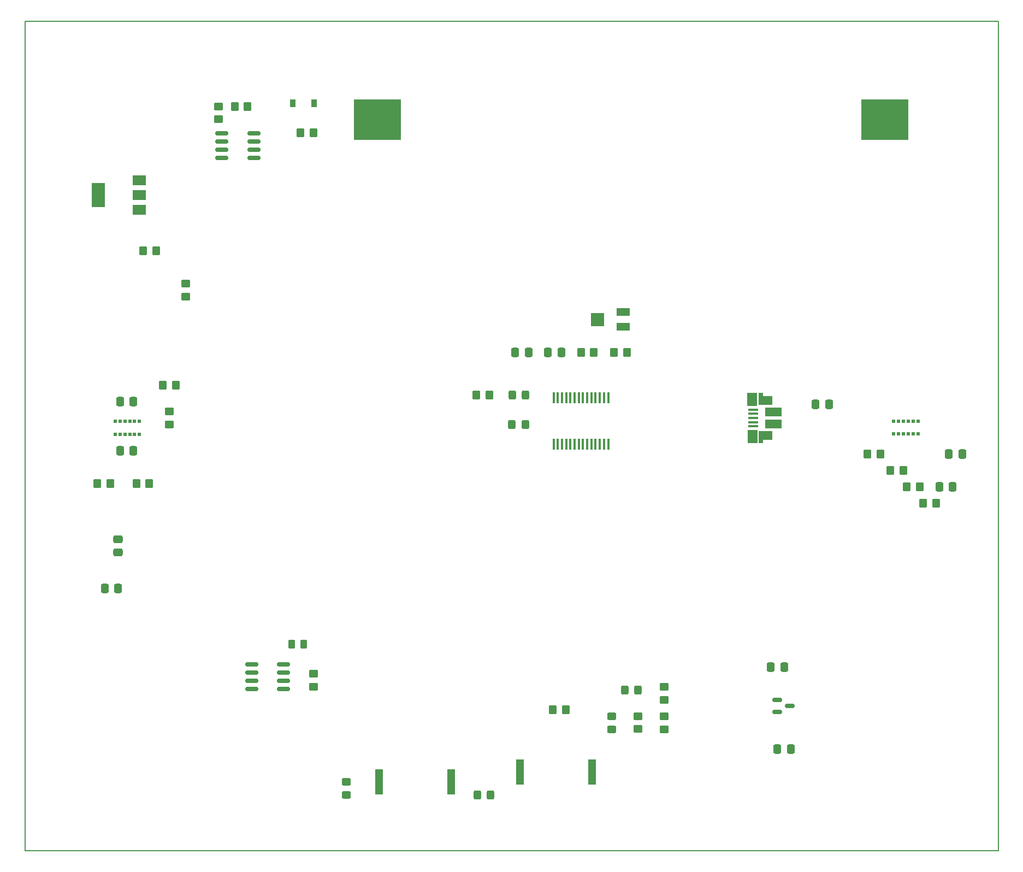
<source format=gbr>
%TF.GenerationSoftware,KiCad,Pcbnew,(6.0.2)*%
%TF.CreationDate,2022-03-20T20:15:49+02:00*%
%TF.ProjectId,main,6d61696e-2e6b-4696-9361-645f70636258,rev?*%
%TF.SameCoordinates,Original*%
%TF.FileFunction,Paste,Top*%
%TF.FilePolarity,Positive*%
%FSLAX46Y46*%
G04 Gerber Fmt 4.6, Leading zero omitted, Abs format (unit mm)*
G04 Created by KiCad (PCBNEW (6.0.2)) date 2022-03-20 20:15:49*
%MOMM*%
%LPD*%
G01*
G04 APERTURE LIST*
G04 Aperture macros list*
%AMRoundRect*
0 Rectangle with rounded corners*
0 $1 Rounding radius*
0 $2 $3 $4 $5 $6 $7 $8 $9 X,Y pos of 4 corners*
0 Add a 4 corners polygon primitive as box body*
4,1,4,$2,$3,$4,$5,$6,$7,$8,$9,$2,$3,0*
0 Add four circle primitives for the rounded corners*
1,1,$1+$1,$2,$3*
1,1,$1+$1,$4,$5*
1,1,$1+$1,$6,$7*
1,1,$1+$1,$8,$9*
0 Add four rect primitives between the rounded corners*
20,1,$1+$1,$2,$3,$4,$5,0*
20,1,$1+$1,$4,$5,$6,$7,0*
20,1,$1+$1,$6,$7,$8,$9,0*
20,1,$1+$1,$8,$9,$2,$3,0*%
G04 Aperture macros list end*
%TA.AperFunction,Profile*%
%ADD10C,0.200000*%
%TD*%
%ADD11RoundRect,0.250000X-0.325000X-0.450000X0.325000X-0.450000X0.325000X0.450000X-0.325000X0.450000X0*%
%ADD12RoundRect,0.250000X0.475000X-0.337500X0.475000X0.337500X-0.475000X0.337500X-0.475000X-0.337500X0*%
%ADD13RoundRect,0.250000X-0.337500X-0.475000X0.337500X-0.475000X0.337500X0.475000X-0.337500X0.475000X0*%
%ADD14RoundRect,0.250000X-0.450000X0.350000X-0.450000X-0.350000X0.450000X-0.350000X0.450000X0.350000X0*%
%ADD15RoundRect,0.150000X-0.587500X-0.150000X0.587500X-0.150000X0.587500X0.150000X-0.587500X0.150000X0*%
%ADD16R,0.450000X1.750000*%
%ADD17RoundRect,0.250000X-0.350000X-0.450000X0.350000X-0.450000X0.350000X0.450000X-0.350000X0.450000X0*%
%ADD18RoundRect,0.250000X0.350000X0.450000X-0.350000X0.450000X-0.350000X-0.450000X0.350000X-0.450000X0*%
%ADD19RoundRect,0.250000X0.450000X-0.350000X0.450000X0.350000X-0.450000X0.350000X-0.450000X-0.350000X0*%
%ADD20R,2.000000X1.300000*%
%ADD21R,2.000000X2.000000*%
%ADD22R,2.000000X1.500000*%
%ADD23R,2.000000X3.800000*%
%ADD24RoundRect,0.250000X-0.450000X0.325000X-0.450000X-0.325000X0.450000X-0.325000X0.450000X0.325000X0*%
%ADD25R,7.340000X6.350000*%
%ADD26R,2.000000X1.350000*%
%ADD27R,0.700000X1.825000*%
%ADD28R,1.500000X2.000000*%
%ADD29R,2.500000X1.430000*%
%ADD30R,1.650000X0.400000*%
%ADD31RoundRect,0.150000X-0.825000X-0.150000X0.825000X-0.150000X0.825000X0.150000X-0.825000X0.150000X0*%
%ADD32R,0.900000X1.200000*%
%ADD33RoundRect,0.250000X0.450000X-0.325000X0.450000X0.325000X-0.450000X0.325000X-0.450000X-0.325000X0*%
%ADD34RoundRect,0.250000X0.337500X0.475000X-0.337500X0.475000X-0.337500X-0.475000X0.337500X-0.475000X0*%
%ADD35R,1.200000X4.000000*%
%ADD36R,0.550000X0.600000*%
%ADD37RoundRect,0.250000X0.262500X0.450000X-0.262500X0.450000X-0.262500X-0.450000X0.262500X-0.450000X0*%
G04 APERTURE END LIST*
D10*
X210820000Y-15748000D02*
X59944000Y-15748000D01*
X59944000Y-15748000D02*
X59944000Y-144272000D01*
X59944000Y-144272000D02*
X210820000Y-144272000D01*
X210820000Y-144272000D02*
X210820000Y-15748000D01*
D11*
%TO.C,D10*%
X132089000Y-135636000D03*
X130039000Y-135636000D03*
%TD*%
D12*
%TO.C,C9*%
X74352000Y-95986500D03*
X74352000Y-98061500D03*
%TD*%
D13*
%TO.C,C7*%
X74676000Y-74676000D03*
X76751000Y-74676000D03*
%TD*%
%TO.C,C1*%
X177616000Y-115828000D03*
X175541000Y-115828000D03*
%TD*%
%TO.C,C3*%
X138013500Y-67060000D03*
X135938500Y-67060000D03*
%TD*%
D14*
%TO.C,R3*%
X89900000Y-28956000D03*
X89900000Y-30956000D03*
%TD*%
D13*
%TO.C,C5*%
X201654500Y-87884000D03*
X203729500Y-87884000D03*
%TD*%
D15*
%TO.C,U2*%
X176578500Y-120908000D03*
X176578500Y-122808000D03*
X178453500Y-121858000D03*
%TD*%
D16*
%TO.C,U8*%
X141895000Y-74128000D03*
X142545000Y-74128000D03*
X143195000Y-74128000D03*
X143845000Y-74128000D03*
X144495000Y-74128000D03*
X145145000Y-74128000D03*
X145795000Y-74128000D03*
X146445000Y-74128000D03*
X147095000Y-74128000D03*
X147745000Y-74128000D03*
X148395000Y-74128000D03*
X149045000Y-74128000D03*
X149695000Y-74128000D03*
X150345000Y-74128000D03*
X150345000Y-81328000D03*
X149695000Y-81328000D03*
X149045000Y-81328000D03*
X148395000Y-81328000D03*
X147745000Y-81328000D03*
X147095000Y-81328000D03*
X146445000Y-81328000D03*
X145795000Y-81328000D03*
X145145000Y-81328000D03*
X144495000Y-81328000D03*
X143845000Y-81328000D03*
X143195000Y-81328000D03*
X142545000Y-81328000D03*
X141895000Y-81328000D03*
%TD*%
D17*
%TO.C,R12*%
X146136000Y-67060000D03*
X148136000Y-67060000D03*
%TD*%
%TO.C,R9*%
X199152000Y-90424000D03*
X201152000Y-90424000D03*
%TD*%
%TO.C,R10*%
X77216000Y-87376000D03*
X79216000Y-87376000D03*
%TD*%
D14*
%TO.C,R22*%
X84836000Y-56404000D03*
X84836000Y-58404000D03*
%TD*%
%TO.C,R16*%
X159004000Y-125460000D03*
X159004000Y-123460000D03*
%TD*%
D18*
%TO.C,R4*%
X192532000Y-82804000D03*
X190532000Y-82804000D03*
%TD*%
D19*
%TO.C,R15*%
X158988000Y-118888000D03*
X158988000Y-120888000D03*
%TD*%
D13*
%TO.C,C6*%
X203157000Y-82804000D03*
X205232000Y-82804000D03*
%TD*%
%TO.C,C8*%
X74676000Y-82296000D03*
X76751000Y-82296000D03*
%TD*%
D20*
%TO.C,RV2*%
X152692000Y-60830000D03*
D21*
X148692000Y-61980000D03*
D20*
X152692000Y-63130000D03*
%TD*%
D22*
%TO.C,U7*%
X77642000Y-44976000D03*
X77642000Y-42676000D03*
D23*
X71342000Y-42676000D03*
D22*
X77642000Y-40376000D03*
%TD*%
D18*
%TO.C,R17*%
X141748000Y-122428000D03*
X143748000Y-122428000D03*
%TD*%
D24*
%TO.C,D11*%
X109728000Y-133595000D03*
X109728000Y-135645000D03*
%TD*%
D25*
%TO.C,BT1*%
X193254000Y-30988000D03*
X114594000Y-30988000D03*
%TD*%
D17*
%TO.C,R6*%
X131896000Y-73664000D03*
X129896000Y-73664000D03*
%TD*%
D26*
%TO.C,J5*%
X174753000Y-74495000D03*
D27*
X174003000Y-74245000D03*
D28*
X172683000Y-74345000D03*
D29*
X175953000Y-76285000D03*
D28*
X172703000Y-80095000D03*
D29*
X175953000Y-78205000D03*
D27*
X174003000Y-80195000D03*
D26*
X174753000Y-79975000D03*
D30*
X172803000Y-75945000D03*
X172803000Y-76595000D03*
X172803000Y-77245000D03*
X172803000Y-77895000D03*
X172803000Y-78545000D03*
%TD*%
D19*
%TO.C,R18*%
X104648000Y-116856000D03*
X104648000Y-118856000D03*
%TD*%
D31*
%TO.C,U1*%
X90473000Y-33147000D03*
X90473000Y-34417000D03*
X90473000Y-35687000D03*
X90473000Y-36957000D03*
X95423000Y-36957000D03*
X95423000Y-35687000D03*
X95423000Y-34417000D03*
X95423000Y-33147000D03*
%TD*%
D32*
%TO.C,D1*%
X104758000Y-28448000D03*
X101458000Y-28448000D03*
%TD*%
D31*
%TO.C,U5*%
X100011000Y-115443000D03*
X100011000Y-116713000D03*
X100011000Y-117983000D03*
X100011000Y-119253000D03*
X95061000Y-119253000D03*
X95061000Y-117983000D03*
X95061000Y-116713000D03*
X95061000Y-115443000D03*
%TD*%
D17*
%TO.C,R5*%
X194072000Y-85344000D03*
X196072000Y-85344000D03*
%TD*%
D33*
%TO.C,D8*%
X150876000Y-123435000D03*
X150876000Y-125485000D03*
%TD*%
D17*
%TO.C,R7*%
X196612000Y-87884000D03*
X198612000Y-87884000D03*
%TD*%
D13*
%TO.C,C4*%
X143072000Y-67060000D03*
X140997000Y-67060000D03*
%TD*%
D11*
%TO.C,D2*%
X135443000Y-73664000D03*
X137493000Y-73664000D03*
%TD*%
D18*
%TO.C,R20*%
X81296000Y-72136000D03*
X83296000Y-72136000D03*
%TD*%
D11*
%TO.C,D9*%
X154949000Y-119380000D03*
X152899000Y-119380000D03*
%TD*%
D17*
%TO.C,R2*%
X102632000Y-33020000D03*
X104632000Y-33020000D03*
%TD*%
D14*
%TO.C,R14*%
X154940000Y-125444000D03*
X154940000Y-123444000D03*
%TD*%
D34*
%TO.C,C10*%
X72298500Y-103628000D03*
X74373500Y-103628000D03*
%TD*%
D35*
%TO.C,BZ2*%
X125996000Y-133604000D03*
X114796000Y-133604000D03*
%TD*%
D36*
%TO.C,U6*%
X73926000Y-79756000D03*
X74676000Y-79756000D03*
X75426000Y-79756000D03*
X76176000Y-79756000D03*
X76926000Y-79756000D03*
X77676000Y-79756000D03*
X77676000Y-77756000D03*
X76926000Y-77756000D03*
X76176000Y-77756000D03*
X75426000Y-77756000D03*
X74676000Y-77756000D03*
X73926000Y-77756000D03*
%TD*%
%TO.C,U3*%
X198362000Y-77724000D03*
X197612000Y-77724000D03*
X196862000Y-77724000D03*
X196112000Y-77724000D03*
X195362000Y-77724000D03*
X194612000Y-77724000D03*
X194612000Y-79724000D03*
X195362000Y-79724000D03*
X196112000Y-79724000D03*
X196862000Y-79724000D03*
X197612000Y-79724000D03*
X198362000Y-79724000D03*
%TD*%
D35*
%TO.C,BZ1*%
X147840000Y-132080000D03*
X136640000Y-132080000D03*
%TD*%
D14*
%TO.C,R11*%
X82296000Y-76216000D03*
X82296000Y-78216000D03*
%TD*%
D17*
%TO.C,R1*%
X92456000Y-28956000D03*
X94456000Y-28956000D03*
%TD*%
%TO.C,R8*%
X80264000Y-51308000D03*
X78264000Y-51308000D03*
%TD*%
%TO.C,R13*%
X151232000Y-67060000D03*
X153232000Y-67060000D03*
%TD*%
D13*
%TO.C,C11*%
X182499500Y-75094000D03*
X184574500Y-75094000D03*
%TD*%
D37*
%TO.C,R19*%
X101299000Y-112268000D03*
X103124000Y-112268000D03*
%TD*%
D18*
%TO.C,R21*%
X71136000Y-87376000D03*
X73136000Y-87376000D03*
%TD*%
D11*
%TO.C,D3*%
X135434000Y-78236000D03*
X137484000Y-78236000D03*
%TD*%
D13*
%TO.C,C2*%
X176578500Y-128528000D03*
X178653500Y-128528000D03*
%TD*%
M02*

</source>
